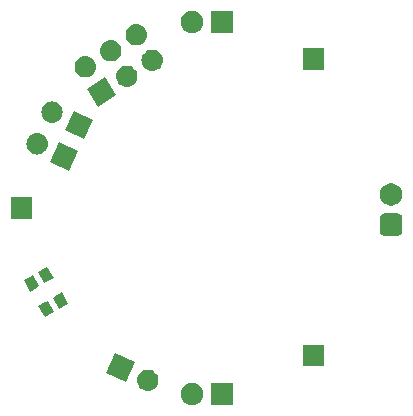
<source format=gbr>
G04 #@! TF.GenerationSoftware,KiCad,Pcbnew,(5.1.2)-2*
G04 #@! TF.CreationDate,2019-07-20T17:19:25+01:00*
G04 #@! TF.ProjectId,Kilobot v2-0,4b696c6f-626f-4742-9076-322d302e6b69,rev?*
G04 #@! TF.SameCoordinates,Original*
G04 #@! TF.FileFunction,Soldermask,Top*
G04 #@! TF.FilePolarity,Negative*
%FSLAX46Y46*%
G04 Gerber Fmt 4.6, Leading zero omitted, Abs format (unit mm)*
G04 Created by KiCad (PCBNEW (5.1.2)-2) date 2019-07-20 17:19:25*
%MOMM*%
%LPD*%
G04 APERTURE LIST*
%ADD10C,0.150000*%
G04 APERTURE END LIST*
D10*
G36*
X102221000Y-116701000D02*
G01*
X100319000Y-116701000D01*
X100319000Y-114799000D01*
X102221000Y-114799000D01*
X102221000Y-116701000D01*
X102221000Y-116701000D01*
G37*
G36*
X99007395Y-114835546D02*
G01*
X99180466Y-114907234D01*
X99180467Y-114907235D01*
X99336227Y-115011310D01*
X99468690Y-115143773D01*
X99468691Y-115143775D01*
X99572766Y-115299534D01*
X99644454Y-115472605D01*
X99681000Y-115656333D01*
X99681000Y-115843667D01*
X99644454Y-116027395D01*
X99572766Y-116200466D01*
X99572765Y-116200467D01*
X99468690Y-116356227D01*
X99336227Y-116488690D01*
X99257818Y-116541081D01*
X99180466Y-116592766D01*
X99007395Y-116664454D01*
X98823667Y-116701000D01*
X98636333Y-116701000D01*
X98452605Y-116664454D01*
X98279534Y-116592766D01*
X98202182Y-116541081D01*
X98123773Y-116488690D01*
X97991310Y-116356227D01*
X97887235Y-116200467D01*
X97887234Y-116200466D01*
X97815546Y-116027395D01*
X97779000Y-115843667D01*
X97779000Y-115656333D01*
X97815546Y-115472605D01*
X97887234Y-115299534D01*
X97991309Y-115143775D01*
X97991310Y-115143773D01*
X98123773Y-115011310D01*
X98279533Y-114907235D01*
X98279534Y-114907234D01*
X98452605Y-114835546D01*
X98636333Y-114799000D01*
X98823667Y-114799000D01*
X99007395Y-114835546D01*
X99007395Y-114835546D01*
G37*
G36*
X95082465Y-113698969D02*
G01*
X95148649Y-113705487D01*
X95318488Y-113757007D01*
X95475013Y-113840672D01*
X95510751Y-113870002D01*
X95612208Y-113953264D01*
X95695470Y-114054721D01*
X95724800Y-114090459D01*
X95808465Y-114246984D01*
X95859985Y-114416823D01*
X95877381Y-114593450D01*
X95859985Y-114770077D01*
X95808465Y-114939916D01*
X95724800Y-115096441D01*
X95695470Y-115132179D01*
X95612208Y-115233636D01*
X95510751Y-115316898D01*
X95475013Y-115346228D01*
X95318488Y-115429893D01*
X95148649Y-115481413D01*
X95082465Y-115487931D01*
X95016282Y-115494450D01*
X94927762Y-115494450D01*
X94861579Y-115487931D01*
X94795395Y-115481413D01*
X94625556Y-115429893D01*
X94469031Y-115346228D01*
X94433293Y-115316898D01*
X94331836Y-115233636D01*
X94248574Y-115132179D01*
X94219244Y-115096441D01*
X94135579Y-114939916D01*
X94084059Y-114770077D01*
X94066663Y-114593450D01*
X94084059Y-114416823D01*
X94135579Y-114246984D01*
X94219244Y-114090459D01*
X94248574Y-114054721D01*
X94331836Y-113953264D01*
X94433293Y-113870002D01*
X94469031Y-113840672D01*
X94625556Y-113757007D01*
X94795395Y-113705487D01*
X94861579Y-113698969D01*
X94927762Y-113692450D01*
X95016282Y-113692450D01*
X95082465Y-113698969D01*
X95082465Y-113698969D01*
G37*
G36*
X93867362Y-113084196D02*
G01*
X93105804Y-114717362D01*
X91472638Y-113955804D01*
X92234196Y-112322638D01*
X93867362Y-113084196D01*
X93867362Y-113084196D01*
G37*
G36*
X109901000Y-113401000D02*
G01*
X108099000Y-113401000D01*
X108099000Y-111599000D01*
X109901000Y-111599000D01*
X109901000Y-113401000D01*
X109901000Y-113401000D01*
G37*
G36*
X87054860Y-108794212D02*
G01*
X86664282Y-109019712D01*
X86273705Y-109245212D01*
X86273704Y-109245212D01*
X85722704Y-108290852D01*
X86113282Y-108065352D01*
X86503859Y-107839852D01*
X86503860Y-107839852D01*
X87054860Y-108794212D01*
X87054860Y-108794212D01*
G37*
G36*
X88267296Y-108094212D02*
G01*
X87926705Y-108290852D01*
X87486141Y-108545212D01*
X87486140Y-108545212D01*
X86935140Y-107590852D01*
X87325718Y-107365352D01*
X87716295Y-107139852D01*
X87716296Y-107139852D01*
X88267296Y-108094212D01*
X88267296Y-108094212D01*
G37*
G36*
X85804860Y-106629148D02*
G01*
X85414282Y-106854648D01*
X85023705Y-107080148D01*
X85023704Y-107080148D01*
X84472704Y-106125788D01*
X84863282Y-105900288D01*
X85253859Y-105674788D01*
X85253860Y-105674788D01*
X85804860Y-106629148D01*
X85804860Y-106629148D01*
G37*
G36*
X87017296Y-105929148D02*
G01*
X86676705Y-106125788D01*
X86236141Y-106380148D01*
X86236140Y-106380148D01*
X85685140Y-105425788D01*
X86075718Y-105200288D01*
X86466295Y-104974788D01*
X86466296Y-104974788D01*
X87017296Y-105929148D01*
X87017296Y-105929148D01*
G37*
G36*
X116208455Y-100457528D02*
G01*
X116285812Y-100480995D01*
X116357117Y-100519108D01*
X116419608Y-100570392D01*
X116470892Y-100632883D01*
X116509005Y-100704188D01*
X116532472Y-100781545D01*
X116541000Y-100868140D01*
X116541000Y-101931860D01*
X116532472Y-102018455D01*
X116509005Y-102095812D01*
X116470892Y-102167117D01*
X116419608Y-102229608D01*
X116357117Y-102280892D01*
X116285812Y-102319005D01*
X116208455Y-102342472D01*
X116121860Y-102351000D01*
X115058140Y-102351000D01*
X114971545Y-102342472D01*
X114894188Y-102319005D01*
X114822883Y-102280892D01*
X114760392Y-102229608D01*
X114709108Y-102167117D01*
X114670995Y-102095812D01*
X114647528Y-102018455D01*
X114639000Y-101931860D01*
X114639000Y-100868140D01*
X114647528Y-100781545D01*
X114670995Y-100704188D01*
X114709108Y-100632883D01*
X114760392Y-100570392D01*
X114822883Y-100519108D01*
X114894188Y-100480995D01*
X114971545Y-100457528D01*
X115058140Y-100449000D01*
X116121860Y-100449000D01*
X116208455Y-100457528D01*
X116208455Y-100457528D01*
G37*
G36*
X85181000Y-100901000D02*
G01*
X83379000Y-100901000D01*
X83379000Y-99099000D01*
X85181000Y-99099000D01*
X85181000Y-100901000D01*
X85181000Y-100901000D01*
G37*
G36*
X115867395Y-97945546D02*
G01*
X116040466Y-98017234D01*
X116040467Y-98017235D01*
X116196227Y-98121310D01*
X116328690Y-98253773D01*
X116328691Y-98253775D01*
X116432766Y-98409534D01*
X116504454Y-98582605D01*
X116541000Y-98766333D01*
X116541000Y-98953667D01*
X116504454Y-99137395D01*
X116432766Y-99310466D01*
X116432765Y-99310467D01*
X116328690Y-99466227D01*
X116196227Y-99598690D01*
X116117818Y-99651081D01*
X116040466Y-99702766D01*
X115867395Y-99774454D01*
X115683667Y-99811000D01*
X115496333Y-99811000D01*
X115312605Y-99774454D01*
X115139534Y-99702766D01*
X115062182Y-99651081D01*
X114983773Y-99598690D01*
X114851310Y-99466227D01*
X114747235Y-99310467D01*
X114747234Y-99310466D01*
X114675546Y-99137395D01*
X114639000Y-98953667D01*
X114639000Y-98766333D01*
X114675546Y-98582605D01*
X114747234Y-98409534D01*
X114851309Y-98253775D01*
X114851310Y-98253773D01*
X114983773Y-98121310D01*
X115139533Y-98017235D01*
X115139534Y-98017234D01*
X115312605Y-97945546D01*
X115496333Y-97909000D01*
X115683667Y-97909000D01*
X115867395Y-97945546D01*
X115867395Y-97945546D01*
G37*
G36*
X89107362Y-95214196D02*
G01*
X88345804Y-96847362D01*
X86712638Y-96085804D01*
X87474196Y-94452638D01*
X89107362Y-95214196D01*
X89107362Y-95214196D01*
G37*
G36*
X85718420Y-93682068D02*
G01*
X85784605Y-93688587D01*
X85954444Y-93740107D01*
X86110969Y-93823772D01*
X86146707Y-93853102D01*
X86248164Y-93936364D01*
X86331426Y-94037821D01*
X86360756Y-94073559D01*
X86444421Y-94230084D01*
X86495941Y-94399923D01*
X86513337Y-94576550D01*
X86495941Y-94753177D01*
X86444421Y-94923016D01*
X86360756Y-95079541D01*
X86331426Y-95115279D01*
X86248164Y-95216736D01*
X86146707Y-95299998D01*
X86110969Y-95329328D01*
X85954444Y-95412993D01*
X85784605Y-95464513D01*
X85718421Y-95471031D01*
X85652238Y-95477550D01*
X85563718Y-95477550D01*
X85497535Y-95471031D01*
X85431351Y-95464513D01*
X85261512Y-95412993D01*
X85104987Y-95329328D01*
X85069249Y-95299998D01*
X84967792Y-95216736D01*
X84884530Y-95115279D01*
X84855200Y-95079541D01*
X84771535Y-94923016D01*
X84720015Y-94753177D01*
X84702619Y-94576550D01*
X84720015Y-94399923D01*
X84771535Y-94230084D01*
X84855200Y-94073559D01*
X84884530Y-94037821D01*
X84967792Y-93936364D01*
X85069249Y-93853102D01*
X85104987Y-93823772D01*
X85261512Y-93740107D01*
X85431351Y-93688587D01*
X85497536Y-93682068D01*
X85563718Y-93675550D01*
X85652238Y-93675550D01*
X85718420Y-93682068D01*
X85718420Y-93682068D01*
G37*
G36*
X90372562Y-92523896D02*
G01*
X89611004Y-94157062D01*
X87977838Y-93395504D01*
X88739396Y-91762338D01*
X90372562Y-92523896D01*
X90372562Y-92523896D01*
G37*
G36*
X86983621Y-90991769D02*
G01*
X87049805Y-90998287D01*
X87219644Y-91049807D01*
X87376169Y-91133472D01*
X87411907Y-91162802D01*
X87513364Y-91246064D01*
X87596626Y-91347521D01*
X87625956Y-91383259D01*
X87709621Y-91539784D01*
X87761141Y-91709623D01*
X87778537Y-91886250D01*
X87761141Y-92062877D01*
X87709621Y-92232716D01*
X87625956Y-92389241D01*
X87596626Y-92424979D01*
X87513364Y-92526436D01*
X87411907Y-92609698D01*
X87376169Y-92639028D01*
X87219644Y-92722693D01*
X87049805Y-92774213D01*
X86983621Y-92780731D01*
X86917438Y-92787250D01*
X86828918Y-92787250D01*
X86762735Y-92780731D01*
X86696551Y-92774213D01*
X86526712Y-92722693D01*
X86370187Y-92639028D01*
X86334449Y-92609698D01*
X86232992Y-92526436D01*
X86149730Y-92424979D01*
X86120400Y-92389241D01*
X86036735Y-92232716D01*
X85985215Y-92062877D01*
X85967819Y-91886250D01*
X85985215Y-91709623D01*
X86036735Y-91539784D01*
X86120400Y-91383259D01*
X86149730Y-91347521D01*
X86232992Y-91246064D01*
X86334449Y-91162802D01*
X86370187Y-91133472D01*
X86526712Y-91049807D01*
X86696551Y-90998287D01*
X86762735Y-90991769D01*
X86828918Y-90985250D01*
X86917438Y-90985250D01*
X86983621Y-90991769D01*
X86983621Y-90991769D01*
G37*
G36*
X92281549Y-90476634D02*
G01*
X90753366Y-91431549D01*
X89798451Y-89903366D01*
X91326634Y-88948451D01*
X92281549Y-90476634D01*
X92281549Y-90476634D01*
G37*
G36*
X93304484Y-87949523D02*
G01*
X93370669Y-87956042D01*
X93540508Y-88007562D01*
X93697033Y-88091227D01*
X93732771Y-88120557D01*
X93834228Y-88203819D01*
X93913981Y-88301000D01*
X93946820Y-88341014D01*
X94030485Y-88497539D01*
X94082005Y-88667378D01*
X94099401Y-88844005D01*
X94082005Y-89020632D01*
X94030485Y-89190471D01*
X93946820Y-89346996D01*
X93917490Y-89382734D01*
X93834228Y-89484191D01*
X93732771Y-89567453D01*
X93697033Y-89596783D01*
X93540508Y-89680448D01*
X93370669Y-89731968D01*
X93304484Y-89738487D01*
X93238302Y-89745005D01*
X93149782Y-89745005D01*
X93083600Y-89738487D01*
X93017415Y-89731968D01*
X92847576Y-89680448D01*
X92691051Y-89596783D01*
X92655313Y-89567453D01*
X92553856Y-89484191D01*
X92470594Y-89382734D01*
X92441264Y-89346996D01*
X92357599Y-89190471D01*
X92306079Y-89020632D01*
X92288683Y-88844005D01*
X92306079Y-88667378D01*
X92357599Y-88497539D01*
X92441264Y-88341014D01*
X92474103Y-88301000D01*
X92553856Y-88203819D01*
X92655313Y-88120557D01*
X92691051Y-88091227D01*
X92847576Y-88007562D01*
X93017415Y-87956042D01*
X93083600Y-87949523D01*
X93149782Y-87943005D01*
X93238302Y-87943005D01*
X93304484Y-87949523D01*
X93304484Y-87949523D01*
G37*
G36*
X89804447Y-87141476D02*
G01*
X89870632Y-87147995D01*
X90040471Y-87199515D01*
X90196996Y-87283180D01*
X90232734Y-87312510D01*
X90334191Y-87395772D01*
X90417453Y-87497229D01*
X90446783Y-87532967D01*
X90530448Y-87689492D01*
X90581968Y-87859331D01*
X90599364Y-88035958D01*
X90581968Y-88212585D01*
X90530448Y-88382424D01*
X90446783Y-88538949D01*
X90417453Y-88574687D01*
X90334191Y-88676144D01*
X90232734Y-88759406D01*
X90196996Y-88788736D01*
X90040471Y-88872401D01*
X89870632Y-88923921D01*
X89804448Y-88930439D01*
X89738265Y-88936958D01*
X89649745Y-88936958D01*
X89583562Y-88930439D01*
X89517378Y-88923921D01*
X89347539Y-88872401D01*
X89191014Y-88788736D01*
X89155276Y-88759406D01*
X89053819Y-88676144D01*
X88970557Y-88574687D01*
X88941227Y-88538949D01*
X88857562Y-88382424D01*
X88806042Y-88212585D01*
X88788646Y-88035958D01*
X88806042Y-87859331D01*
X88857562Y-87689492D01*
X88941227Y-87532967D01*
X88970557Y-87497229D01*
X89053819Y-87395772D01*
X89155276Y-87312510D01*
X89191014Y-87283180D01*
X89347539Y-87199515D01*
X89517378Y-87147995D01*
X89583563Y-87141476D01*
X89649745Y-87134958D01*
X89738265Y-87134958D01*
X89804447Y-87141476D01*
X89804447Y-87141476D01*
G37*
G36*
X95458526Y-86603528D02*
G01*
X95524711Y-86610047D01*
X95694550Y-86661567D01*
X95851075Y-86745232D01*
X95886813Y-86774562D01*
X95988270Y-86857824D01*
X96071532Y-86959281D01*
X96100862Y-86995019D01*
X96184527Y-87151544D01*
X96236047Y-87321383D01*
X96253443Y-87498010D01*
X96236047Y-87674637D01*
X96184527Y-87844476D01*
X96100862Y-88001001D01*
X96072173Y-88035958D01*
X95988270Y-88138196D01*
X95897628Y-88212583D01*
X95851075Y-88250788D01*
X95694550Y-88334453D01*
X95524711Y-88385973D01*
X95458527Y-88392491D01*
X95392344Y-88399010D01*
X95303824Y-88399010D01*
X95237641Y-88392491D01*
X95171457Y-88385973D01*
X95001618Y-88334453D01*
X94845093Y-88250788D01*
X94798540Y-88212583D01*
X94707898Y-88138196D01*
X94623995Y-88035958D01*
X94595306Y-88001001D01*
X94511641Y-87844476D01*
X94460121Y-87674637D01*
X94442725Y-87498010D01*
X94460121Y-87321383D01*
X94511641Y-87151544D01*
X94595306Y-86995019D01*
X94624636Y-86959281D01*
X94707898Y-86857824D01*
X94809355Y-86774562D01*
X94845093Y-86745232D01*
X95001618Y-86661567D01*
X95171457Y-86610047D01*
X95237642Y-86603528D01*
X95303824Y-86597010D01*
X95392344Y-86597010D01*
X95458526Y-86603528D01*
X95458526Y-86603528D01*
G37*
G36*
X109901000Y-88301000D02*
G01*
X108099000Y-88301000D01*
X108099000Y-86499000D01*
X109901000Y-86499000D01*
X109901000Y-88301000D01*
X109901000Y-88301000D01*
G37*
G36*
X91958490Y-85795482D02*
G01*
X92024674Y-85802000D01*
X92194513Y-85853520D01*
X92351038Y-85937185D01*
X92386776Y-85966515D01*
X92488233Y-86049777D01*
X92571495Y-86151234D01*
X92600825Y-86186972D01*
X92684490Y-86343497D01*
X92736010Y-86513336D01*
X92753406Y-86689963D01*
X92736010Y-86866590D01*
X92684490Y-87036429D01*
X92600825Y-87192954D01*
X92571495Y-87228692D01*
X92488233Y-87330149D01*
X92386776Y-87413411D01*
X92351038Y-87442741D01*
X92194513Y-87526406D01*
X92024674Y-87577926D01*
X91958489Y-87584445D01*
X91892307Y-87590963D01*
X91803787Y-87590963D01*
X91737605Y-87584445D01*
X91671420Y-87577926D01*
X91501581Y-87526406D01*
X91345056Y-87442741D01*
X91309318Y-87413411D01*
X91207861Y-87330149D01*
X91124599Y-87228692D01*
X91095269Y-87192954D01*
X91011604Y-87036429D01*
X90960084Y-86866590D01*
X90942688Y-86689963D01*
X90960084Y-86513336D01*
X91011604Y-86343497D01*
X91095269Y-86186972D01*
X91124599Y-86151234D01*
X91207861Y-86049777D01*
X91309318Y-85966515D01*
X91345056Y-85937185D01*
X91501581Y-85853520D01*
X91671420Y-85802000D01*
X91737604Y-85795482D01*
X91803787Y-85788963D01*
X91892307Y-85788963D01*
X91958490Y-85795482D01*
X91958490Y-85795482D01*
G37*
G36*
X94112531Y-84449486D02*
G01*
X94178716Y-84456005D01*
X94348555Y-84507525D01*
X94505080Y-84591190D01*
X94540818Y-84620520D01*
X94642275Y-84703782D01*
X94725537Y-84805239D01*
X94754867Y-84840977D01*
X94838532Y-84997502D01*
X94890052Y-85167341D01*
X94907448Y-85343968D01*
X94890052Y-85520595D01*
X94838532Y-85690434D01*
X94754867Y-85846959D01*
X94725537Y-85882697D01*
X94642275Y-85984154D01*
X94540818Y-86067416D01*
X94505080Y-86096746D01*
X94348555Y-86180411D01*
X94178716Y-86231931D01*
X94112531Y-86238450D01*
X94046349Y-86244968D01*
X93957829Y-86244968D01*
X93891647Y-86238450D01*
X93825462Y-86231931D01*
X93655623Y-86180411D01*
X93499098Y-86096746D01*
X93463360Y-86067416D01*
X93361903Y-85984154D01*
X93278641Y-85882697D01*
X93249311Y-85846959D01*
X93165646Y-85690434D01*
X93114126Y-85520595D01*
X93096730Y-85343968D01*
X93114126Y-85167341D01*
X93165646Y-84997502D01*
X93249311Y-84840977D01*
X93278641Y-84805239D01*
X93361903Y-84703782D01*
X93463360Y-84620520D01*
X93499098Y-84591190D01*
X93655623Y-84507525D01*
X93825462Y-84456005D01*
X93891647Y-84449486D01*
X93957829Y-84442968D01*
X94046349Y-84442968D01*
X94112531Y-84449486D01*
X94112531Y-84449486D01*
G37*
G36*
X102221000Y-85191000D02*
G01*
X100319000Y-85191000D01*
X100319000Y-83289000D01*
X102221000Y-83289000D01*
X102221000Y-85191000D01*
X102221000Y-85191000D01*
G37*
G36*
X99007395Y-83325546D02*
G01*
X99180466Y-83397234D01*
X99180467Y-83397235D01*
X99336227Y-83501310D01*
X99468690Y-83633773D01*
X99468691Y-83633775D01*
X99572766Y-83789534D01*
X99644454Y-83962605D01*
X99681000Y-84146333D01*
X99681000Y-84333667D01*
X99644454Y-84517395D01*
X99572766Y-84690466D01*
X99563868Y-84703783D01*
X99468690Y-84846227D01*
X99336227Y-84978690D01*
X99257818Y-85031081D01*
X99180466Y-85082766D01*
X99007395Y-85154454D01*
X98823667Y-85191000D01*
X98636333Y-85191000D01*
X98452605Y-85154454D01*
X98279534Y-85082766D01*
X98202182Y-85031081D01*
X98123773Y-84978690D01*
X97991310Y-84846227D01*
X97896132Y-84703783D01*
X97887234Y-84690466D01*
X97815546Y-84517395D01*
X97779000Y-84333667D01*
X97779000Y-84146333D01*
X97815546Y-83962605D01*
X97887234Y-83789534D01*
X97991309Y-83633775D01*
X97991310Y-83633773D01*
X98123773Y-83501310D01*
X98279533Y-83397235D01*
X98279534Y-83397234D01*
X98452605Y-83325546D01*
X98636333Y-83289000D01*
X98823667Y-83289000D01*
X99007395Y-83325546D01*
X99007395Y-83325546D01*
G37*
M02*

</source>
